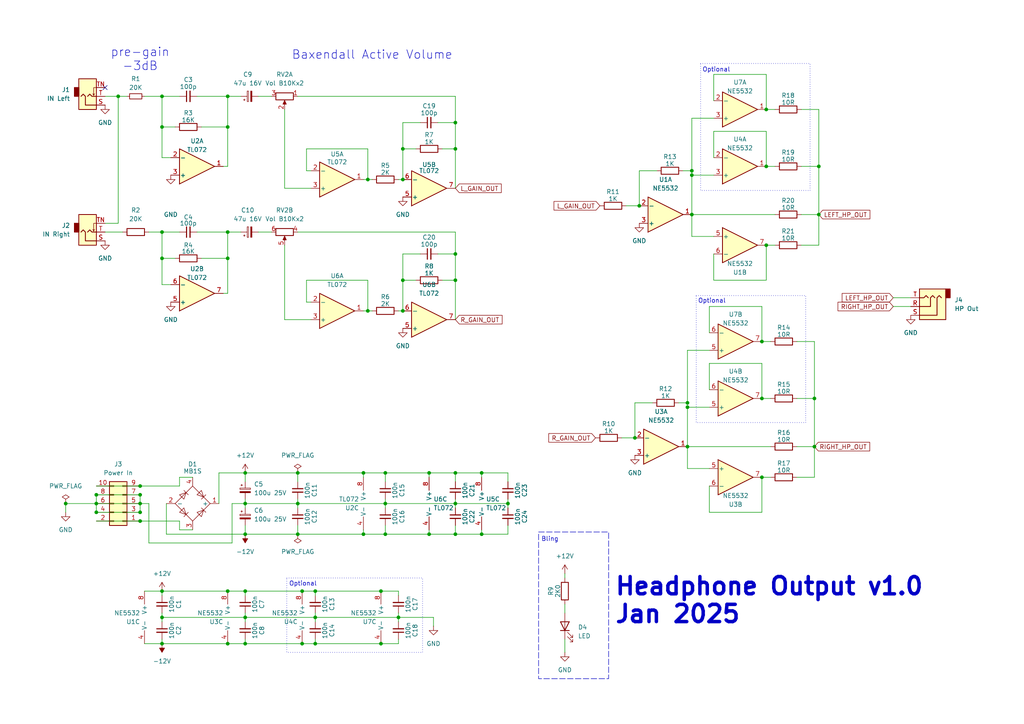
<source format=kicad_sch>
(kicad_sch (version 20231120) (generator "eeschema") (generator_version "8.0")
  (paper "A4")
  (lib_symbols
    (symbol "Amplifier_Operational:NE5532" (pin_names (offset 0.127))
      (property "Reference" "U" (at 0 5.08 0))
      (property "Value" "NE5532" (at 0 -5.08 0))
      (symbol "NE5532_1_1"
        (pin output line (at 7.62 0 180) (length 2.54) (name "~") (number "1"))
        (pin input line (at -7.62 -2.54 0) (length 2.54) (name "-") (number "2"))
        (pin input line (at -7.62 2.54 0) (length 2.54) (name "+") (number "3"))
      )
      (symbol "NE5532_2_1"
        (pin input line (at -7.62 2.54 0) (length 2.54) (name "+") (number "5"))
        (pin input line (at -7.62 -2.54 0) (length 2.54) (name "-") (number "6"))
        (pin output line (at 7.62 0 180) (length 2.54) (name "~") (number "7"))
      )
      (symbol "NE5532_3_1"
        (pin power_in line (at -2.54 -7.62 90) (length 3.81) (name "V-") (number "4"))
        (pin power_in line (at -2.54 7.62 270) (length 3.81) (name "V+") (number "8"))
      )
    )
    (symbol "Amplifier_Operational:TL072" (pin_names (offset 0.127))
      (property "Reference" "U" (at 0 5.08 0))
      (property "Value" "TL072" (at 0 -5.08 0))
      (symbol "TL072_1_1"
        (pin output line (at 7.62 0 180) (length 2.54) (name "~") (number "1"))
        (pin input line (at -7.62 -2.54 0) (length 2.54) (name "-") (number "2"))
        (pin input line (at -7.62 2.54 0) (length 2.54) (name "+") (number "3"))
      )
      (symbol "TL072_2_1"
        (pin input line (at -7.62 2.54 0) (length 2.54) (name "+") (number "5"))
        (pin input line (at -7.62 -2.54 0) (length 2.54) (name "-") (number "6"))
        (pin output line (at 7.62 0 180) (length 2.54) (name "~") (number "7"))
      )
      (symbol "TL072_3_1"
        (pin power_in line (at -2.54 -7.62 90) (length 3.81) (name "V-") (number "4"))
        (pin power_in line (at -2.54 7.62 270) (length 3.81) (name "V+") (number "8"))
      )
    )
    (symbol "Connector_Audio:AudioJack2_SwitchT"
      (property "Reference" "J" (at 0 8.89 0))
      (property "Value" "AudioJack2_SwitchT" (at 0 6.35 0))
      (symbol "AudioJack2_SwitchT_1_1"
        (pin passive line (at 5.08 2.54 180) (length 2.54) (name "~") (number "S"))
        (pin passive line (at 5.08 0 180) (length 2.54) (name "~") (number "T"))
        (pin passive line (at 5.08 -2.54 180) (length 2.54) (name "~") (number "TN"))
      )
    )
    (symbol "Connector_Audio:AudioJack3"
      (property "Reference" "J" (at 0 8.89 0))
      (property "Value" "AudioJack3" (at 0 6.35 0))
      (symbol "AudioJack3_1_1"
        (pin passive line (at 5.08 0 180) (length 2.54) (name "~") (number "R"))
        (pin passive line (at 5.08 2.54 180) (length 2.54) (name "~") (number "S"))
        (pin passive line (at 5.08 -2.54 180) (length 2.54) (name "~") (number "T"))
      )
    )
    (symbol "Connector_Generic:Conn_02x05_Odd_Even" (pin_names (offset 1.016) hide)
      (property "Reference" "J" (at 1.27 7.62 0))
      (property "Value" "Conn_02x05_Odd_Even" (at 1.27 -7.62 0))
      (symbol "Conn_02x05_Odd_Even_1_1"
        (pin passive line (at -5.08 5.08 0) (length 3.81) (name "Pin_1") (number "1"))
        (pin passive line (at 7.62 -5.08 180) (length 3.81) (name "Pin_10") (number "10"))
        (pin passive line (at 7.62 5.08 180) (length 3.81) (name "Pin_2") (number "2"))
        (pin passive line (at -5.08 2.54 0) (length 3.81) (name "Pin_3") (number "3"))
        (pin passive line (at 7.62 2.54 180) (length 3.81) (name "Pin_4") (number "4"))
        (pin passive line (at -5.08 0 0) (length 3.81) (name "Pin_5") (number "5"))
        (pin passive line (at 7.62 0 180) (length 3.81) (name "Pin_6") (number "6"))
        (pin passive line (at -5.08 -2.54 0) (length 3.81) (name "Pin_7") (number "7"))
        (pin passive line (at 7.62 -2.54 180) (length 3.81) (name "Pin_8") (number "8"))
        (pin passive line (at -5.08 -5.08 0) (length 3.81) (name "Pin_9") (number "9"))
      )
    )
    (symbol "Device:C_Polarized_Small" (pin_numbers hide) (pin_names (offset 0.254) hide)
      (property "Reference" "C" (at 0.254 1.778 0))
      (property "Value" "C_Polarized_Small" (at 0.254 -2.032 0))
      (symbol "C_Polarized_Small_1_1"
        (pin passive line (at 0 2.54 270) (length 1.8542) (name "~") (number "1"))
        (pin passive line (at 0 -2.54 90) (length 1.8542) (name "~") (number "2"))
      )
    )
    (symbol "Device:C_Small" (pin_numbers hide) (pin_names (offset 0.254) hide)
      (property "Reference" "C" (at 0.254 1.778 0))
      (property "Value" "C_Small" (at 0.254 -2.032 0))
      (symbol "C_Small_1_1"
        (pin passive line (at 0 2.54 270) (length 2.032) (name "~") (number "1"))
        (pin passive line (at 0 -2.54 90) (length 2.032) (name "~") (number "2"))
      )
    )
    (symbol "Device:LED" (pin_numbers hide) (pin_names (offset 1.016) hide)
      (property "Reference" "D" (at 0 2.54 0))
      (property "Value" "LED" (at 0 -2.54 0))
      (symbol "LED_1_1"
        (pin passive line (at -3.81 0 0) (length 2.54) (name "K") (number "1"))
        (pin passive line (at 3.81 0 180) (length 2.54) (name "A") (number "2"))
      )
    )
    (symbol "Device:R" (pin_numbers hide) (pin_names (offset 0))
      (property "Reference" "R" (at 2.032 0 90))
      (property "Value" "R" (at 0 0 90))
      (symbol "R_1_1"
        (pin passive line (at 0 3.81 270) (length 1.27) (name "~") (number "1"))
        (pin passive line (at 0 -3.81 90) (length 1.27) (name "~") (number "2"))
      )
    )
    (symbol "Device:R_Potentiometer_Dual_Separate" (pin_names (offset 1.016) hide)
      (property "Reference" "RV" (at -4.445 0 90))
      (property "Value" "R_Potentiometer_Dual_Separate" (at -2.54 0 90))
      (symbol "R_Potentiometer_Dual_Separate_1_1"
        (pin passive line (at 0 3.81 270) (length 1.27) (name "1") (number "1"))
        (pin passive line (at 3.81 0 180) (length 1.27) (name "2") (number "2"))
        (pin passive line (at 0 -3.81 90) (length 1.27) (name "3") (number "3"))
      )
      (symbol "R_Potentiometer_Dual_Separate_2_1"
        (pin passive line (at 0 3.81 270) (length 1.27) (name "4") (number "4"))
        (pin passive line (at 3.81 0 180) (length 1.27) (name "5") (number "5"))
        (pin passive line (at 0 -3.81 90) (length 1.27) (name "6") (number "6"))
      )
    )
    (symbol "Device:R_Small" (pin_numbers hide) (pin_names (offset 0.254) hide)
      (property "Reference" "R" (at 0.762 0.508 0))
      (property "Value" "R_Small" (at 0.762 -1.016 0))
      (symbol "R_Small_1_1"
        (pin passive line (at 0 2.54 270) (length 0.762) (name "~") (number "1"))
        (pin passive line (at 0 -2.54 90) (length 0.762) (name "~") (number "2"))
      )
    )
    (symbol "Diode_Bridge:MDB8S"
      (property "Reference" "D" (at 3.81 6.35 0))
      (property "Value" "MDB8S" (at 6.35 3.81 0))
      (symbol "MDB8S_1_1"
        (pin passive line (at 7.62 0 180) (length 2.54) (name "+") (number "1"))
        (pin passive line (at -7.62 0 0) (length 2.54) (name "-") (number "2"))
        (pin passive line (at 0 -7.62 90) (length 2.54) (name "~") (number "3"))
        (pin passive line (at 0 7.62 270) (length 2.54) (name "~") (number "4"))
      )
    )
    (symbol "power:+12V" (power) (pin_numbers hide) (pin_names (offset 0) hide)
      (property "Value" "+12V" (at 0 3.556 0))
      (symbol "+12V_1_1"
        (pin power_in line (at 0 0 90) (length 0) (name "~") (number "1"))
      )
    )
    (symbol "power:-12V" (power) (pin_numbers hide) (pin_names (offset 0) hide)
      (property "Value" "-12V" (at 0 3.556 0))
      (symbol "-12V_0_0"
        (pin power_in line (at 0 0 90) (length 0) (name "~") (number "1"))
      )
    )
    (symbol "power:GND" (power) (pin_numbers hide) (pin_names (offset 0) hide)
      (property "Value" "GND" (at 0 -3.81 0))
      (symbol "GND_1_1"
        (pin power_in line (at 0 0 270) (length 0) (name "~") (number "1"))
      )
    )
    (symbol "power:PWR_FLAG" (power) (pin_numbers hide) (pin_names (offset 0) hide)
      (property "Value" "PWR_FLAG" (at 0 3.81 0))
      (symbol "PWR_FLAG_0_0"
        (pin power_out line (at 0 0 90) (length 0) (name "~") (number "1"))
      )
    )
  )
  (junction (at 199.39 129.54))
  (junction (at 40.64 148.59))
  (junction (at 110.49 171.45))
  (junction (at 115.57 179.07))
  (junction (at 124.46 137.16))
  (junction (at 132.08 81.28))
  (junction (at 91.44 179.07))
  (junction (at 66.04 186.69))
  (junction (at 46.99 74.93))
  (junction (at 139.7 154.94))
  (junction (at 66.04 171.45))
  (junction (at 220.98 138.43))
  (junction (at 19.05 146.05))
  (junction (at 110.49 186.69))
  (junction (at 147.32 146.05))
  (junction (at 40.64 140.97))
  (junction (at 132.08 35.56))
  (junction (at 66.04 36.83))
  (junction (at 27.94 148.59))
  (junction (at 66.04 67.31))
  (junction (at 116.84 81.28))
  (junction (at 34.29 27.94))
  (junction (at 236.22 115.57))
  (junction (at 105.41 154.94))
  (junction (at 46.99 36.83))
  (junction (at 184.15 127))
  (junction (at 105.41 137.16))
  (junction (at 71.12 154.94))
  (junction (at 46.99 171.45))
  (junction (at 71.12 186.69))
  (junction (at 87.63 186.69))
  (junction (at 132.08 73.66))
  (junction (at 40.64 143.51))
  (junction (at 40.64 151.13))
  (junction (at 222.25 71.12))
  (junction (at 91.44 171.45))
  (junction (at 40.64 146.05))
  (junction (at 71.12 146.05))
  (junction (at 46.99 186.69))
  (junction (at 200.66 62.23))
  (junction (at 106.68 52.07))
  (junction (at 185.42 59.69))
  (junction (at 116.84 52.07))
  (junction (at 220.98 99.06))
  (junction (at 237.49 48.26))
  (junction (at 71.12 137.16))
  (junction (at 132.08 137.16))
  (junction (at 46.99 67.31))
  (junction (at 46.99 27.94))
  (junction (at 86.36 137.16))
  (junction (at 124.46 154.94))
  (junction (at 199.39 116.84))
  (junction (at 106.68 90.17))
  (junction (at 71.12 179.07))
  (junction (at 86.36 154.94))
  (junction (at 220.98 115.57))
  (junction (at 200.66 50.8))
  (junction (at 111.76 137.16))
  (junction (at 27.94 143.51))
  (junction (at 66.04 74.93))
  (junction (at 237.49 62.23))
  (junction (at 116.84 90.17))
  (junction (at 91.44 186.69))
  (junction (at 111.76 154.94))
  (junction (at 111.76 146.05))
  (junction (at 116.84 43.18))
  (junction (at 222.25 31.75))
  (junction (at 222.25 48.26))
  (junction (at 132.08 154.94))
  (junction (at 200.66 49.53))
  (junction (at 66.04 27.94))
  (junction (at 86.36 146.05))
  (junction (at 87.63 171.45))
  (junction (at 46.99 179.07))
  (junction (at 132.08 43.18))
  (junction (at 132.08 146.05))
  (junction (at 27.94 146.05))
  (junction (at 199.39 118.11))
  (junction (at 236.22 129.54))
  (junction (at 71.12 171.45))
  (junction (at 139.7 137.16))
  (no_connect (at 30.48 25.4))
  (wire (pts (xy 87.63 186.69) (xy 91.44 186.69)))
  (wire (pts (xy 111.76 137.16) (xy 105.41 137.16)))
  (wire (pts (xy 30.48 27.94) (xy 34.29 27.94)))
  (wire (pts (xy 200.66 50.8) (xy 207.01 50.8)))
  (wire (pts (xy 57.15 27.94) (xy 66.04 27.94)))
  (wire (pts (xy 90.17 92.71) (xy 82.55 92.71)))
  (wire (pts (xy 124.46 154.94) (xy 132.08 154.94)))
  (wire (pts (xy 58.42 36.83) (xy 66.04 36.83)))
  (wire (pts (xy 207.01 21.59) (xy 207.01 29.21)))
  (wire (pts (xy 115.57 185.42) (xy 115.57 186.69)))
  (wire (pts (xy 232.41 62.23) (xy 237.49 62.23)))
  (wire (pts (xy 132.08 73.66) (xy 132.08 81.28)))
  (wire (pts (xy 139.7 138.43) (xy 139.7 137.16)))
  (wire (pts (xy 46.99 179.07) (xy 71.12 179.07)))
  (wire (pts (xy 147.32 144.78) (xy 147.32 146.05)))
  (wire (pts (xy 27.94 143.51) (xy 27.94 146.05)))
  (wire (pts (xy 34.29 27.94) (xy 34.29 64.77)))
  (wire (pts (xy 107.95 90.17) (xy 106.68 90.17)))
  (wire (pts (xy 139.7 137.16) (xy 132.08 137.16)))
  (wire (pts (xy 199.39 101.6) (xy 199.39 116.84)))
  (wire (pts (xy 200.66 50.8) (xy 200.66 62.23)))
  (wire (pts (xy 199.39 129.54) (xy 223.52 129.54)))
  (wire (pts (xy 63.5 146.05) (xy 63.5 137.16)))
  (wire (pts (xy 132.08 139.7) (xy 132.08 137.16)))
  (wire (pts (xy 86.36 139.7) (xy 86.36 137.16)))
  (wire (pts (xy 71.12 146.05) (xy 71.12 147.32)))
  (wire (pts (xy 199.39 116.84) (xy 199.39 118.11)))
  (wire (pts (xy 105.41 154.94) (xy 86.36 154.94)))
  (wire (pts (xy 52.07 153.67) (xy 55.88 153.67)))
  (wire (pts (xy 207.01 38.1) (xy 222.25 38.1)))
  (wire (pts (xy 48.26 146.05) (xy 48.26 154.94)))
  (wire (pts (xy 222.25 81.28) (xy 222.25 71.12)))
  (wire (pts (xy 205.74 88.9) (xy 205.74 96.52)))
  (wire (pts (xy 132.08 27.94) (xy 132.08 35.56)))
  (wire (pts (xy 30.48 67.31) (xy 35.56 67.31)))
  (wire (pts (xy 105.41 153.67) (xy 105.41 154.94)))
  (wire (pts (xy 111.76 147.32) (xy 111.76 146.05)))
  (wire (pts (xy 259.08 88.9) (xy 264.16 88.9)))
  (wire (pts (xy 111.76 146.05) (xy 111.76 144.78)))
  (wire (pts (xy 19.05 148.59) (xy 19.05 146.05)))
  (wire (pts (xy 115.57 177.8) (xy 115.57 179.07)))
  (wire (pts (xy 163.83 167.64) (xy 163.83 166.37)))
  (wire (pts (xy 115.57 179.07) (xy 115.57 180.34)))
  (wire (pts (xy 236.22 129.54) (xy 236.22 138.43)))
  (wire (pts (xy 52.07 138.43) (xy 55.88 138.43)))
  (wire (pts (xy 132.08 146.05) (xy 147.32 146.05)))
  (wire (pts (xy 237.49 31.75) (xy 237.49 48.26)))
  (wire (pts (xy 91.44 179.07) (xy 91.44 180.34)))
  (wire (pts (xy 231.14 138.43) (xy 236.22 138.43)))
  (wire (pts (xy 184.15 116.84) (xy 184.15 127)))
  (wire (pts (xy 116.84 43.18) (xy 116.84 52.07)))
  (wire (pts (xy 52.07 140.97) (xy 52.07 138.43)))
  (wire (pts (xy 185.42 49.53) (xy 185.42 59.69)))
  (wire (pts (xy 46.99 36.83) (xy 46.99 45.72)))
  (wire (pts (xy 127 35.56) (xy 132.08 35.56)))
  (wire (pts (xy 106.68 90.17) (xy 105.41 90.17)))
  (wire (pts (xy 46.99 177.8) (xy 46.99 179.07)))
  (wire (pts (xy 111.76 137.16) (xy 124.46 137.16)))
  (wire (pts (xy 220.98 115.57) (xy 223.52 115.57)))
  (wire (pts (xy 46.99 45.72) (xy 49.53 45.72)))
  (wire (pts (xy 189.23 116.84) (xy 184.15 116.84)))
  (wire (pts (xy 207.01 68.58) (xy 200.66 68.58)))
  (wire (pts (xy 147.32 152.4) (xy 147.32 154.94)))
  (wire (pts (xy 27.94 146.05) (xy 27.94 148.59)))
  (wire (pts (xy 46.99 36.83) (xy 50.8 36.83)))
  (wire (pts (xy 71.12 171.45) (xy 71.12 172.72)))
  (wire (pts (xy 132.08 67.31) (xy 132.08 73.66)))
  (wire (pts (xy 46.99 74.93) (xy 50.8 74.93)))
  (wire (pts (xy 46.99 67.31) (xy 46.99 74.93)))
  (wire (pts (xy 40.64 151.13) (xy 52.07 151.13)))
  (wire (pts (xy 46.99 179.07) (xy 46.99 180.34)))
  (wire (pts (xy 66.04 67.31) (xy 66.04 74.93)))
  (wire (pts (xy 205.74 101.6) (xy 199.39 101.6)))
  (wire (pts (xy 86.36 152.4) (xy 86.36 154.94)))
  (wire (pts (xy 46.99 171.45) (xy 66.04 171.45)))
  (wire (pts (xy 27.94 140.97) (xy 40.64 140.97)))
  (wire (pts (xy 66.04 186.69) (xy 71.12 186.69)))
  (wire (pts (xy 46.99 74.93) (xy 46.99 82.55)))
  (wire (pts (xy 66.04 36.83) (xy 66.04 48.26)))
  (wire (pts (xy 120.65 43.18) (xy 116.84 43.18)))
  (wire (pts (xy 106.68 43.18) (xy 106.68 52.07)))
  (wire (pts (xy 116.84 73.66) (xy 116.84 81.28)))
  (wire (pts (xy 222.25 38.1) (xy 222.25 48.26)))
  (wire (pts (xy 66.04 85.09) (xy 64.77 85.09)))
  (wire (pts (xy 41.91 186.69) (xy 46.99 186.69)))
  (wire (pts (xy 41.91 171.45) (xy 46.99 171.45)))
  (wire (pts (xy 111.76 146.05) (xy 132.08 146.05)))
  (wire (pts (xy 86.36 146.05) (xy 111.76 146.05)))
  (wire (pts (xy 52.07 67.31) (xy 46.99 67.31)))
  (wire (pts (xy 237.49 62.23) (xy 237.49 71.12)))
  (wire (pts (xy 200.66 62.23) (xy 224.79 62.23)))
  (wire (pts (xy 139.7 154.94) (xy 147.32 154.94)))
  (wire (pts (xy 205.74 140.97) (xy 205.74 148.59)))
  (wire (pts (xy 199.39 129.54) (xy 199.39 135.89)))
  (wire (pts (xy 34.29 27.94) (xy 36.83 27.94)))
  (wire (pts (xy 67.31 146.05) (xy 71.12 146.05)))
  (wire (pts (xy 181.61 59.69) (xy 185.42 59.69)))
  (wire (pts (xy 205.74 135.89) (xy 199.39 135.89)))
  (wire (pts (xy 200.66 62.23) (xy 200.66 68.58)))
  (wire (pts (xy 199.39 118.11) (xy 205.74 118.11)))
  (wire (pts (xy 46.99 82.55) (xy 49.53 82.55)))
  (wire (pts (xy 66.04 171.45) (xy 71.12 171.45)))
  (wire (pts (xy 71.12 185.42) (xy 71.12 186.69)))
  (wire (pts (xy 190.5 49.53) (xy 185.42 49.53)))
  (wire (pts (xy 86.36 137.16) (xy 105.41 137.16)))
  (wire (pts (xy 71.12 144.78) (xy 71.12 146.05)))
  (wire (pts (xy 66.04 27.94) (xy 69.85 27.94)))
  (wire (pts (xy 91.44 179.07) (xy 115.57 179.07)))
  (wire (pts (xy 91.44 171.45) (xy 91.44 172.72)))
  (wire (pts (xy 199.39 118.11) (xy 199.39 129.54)))
  (wire (pts (xy 67.31 157.48) (xy 67.31 146.05)))
  (wire (pts (xy 207.01 34.29) (xy 200.66 34.29)))
  (wire (pts (xy 40.64 146.05) (xy 43.18 146.05)))
  (wire (pts (xy 63.5 137.16) (xy 71.12 137.16)))
  (wire (pts (xy 200.66 49.53) (xy 200.66 50.8)))
  (wire (pts (xy 132.08 152.4) (xy 132.08 154.94)))
  (wire (pts (xy 222.25 31.75) (xy 222.25 21.59)))
  (wire (pts (xy 124.46 137.16) (xy 132.08 137.16)))
  (wire (pts (xy 88.9 87.63) (xy 88.9 81.28)))
  (wire (pts (xy 74.93 67.31) (xy 78.74 67.31)))
  (wire (pts (xy 163.83 185.42) (xy 163.83 189.23)))
  (wire (pts (xy 231.14 99.06) (xy 236.22 99.06)))
  (wire (pts (xy 105.41 138.43) (xy 105.41 137.16)))
  (wire (pts (xy 86.36 27.94) (xy 132.08 27.94)))
  (wire (pts (xy 19.05 146.05) (xy 27.94 146.05)))
  (wire (pts (xy 43.18 146.05) (xy 43.18 157.48)))
  (wire (pts (xy 78.74 27.94) (xy 74.93 27.94)))
  (wire (pts (xy 237.49 48.26) (xy 237.49 62.23)))
  (wire (pts (xy 41.91 27.94) (xy 46.99 27.94)))
  (wire (pts (xy 111.76 137.16) (xy 111.76 139.7)))
  (wire (pts (xy 124.46 153.67) (xy 124.46 154.94)))
  (wire (pts (xy 115.57 90.17) (xy 116.84 90.17)))
  (wire (pts (xy 82.55 31.75) (xy 82.55 54.61)))
  (wire (pts (xy 110.49 186.69) (xy 115.57 186.69)))
  (wire (pts (xy 71.12 154.94) (xy 71.12 152.4)))
  (wire (pts (xy 66.04 74.93) (xy 66.04 85.09)))
  (wire (pts (xy 86.36 154.94) (xy 71.12 154.94)))
  (wire (pts (xy 87.63 171.45) (xy 91.44 171.45)))
  (wire (pts (xy 64.77 48.26) (xy 66.04 48.26)))
  (wire (pts (xy 236.22 99.06) (xy 236.22 115.57)))
  (wire (pts (xy 111.76 152.4) (xy 111.76 154.94)))
  (wire (pts (xy 71.12 171.45) (xy 87.63 171.45)))
  (wire (pts (xy 91.44 185.42) (xy 91.44 186.69)))
  (wire (pts (xy 205.74 113.03) (xy 205.74 105.41)))
  (wire (pts (xy 127 73.66) (xy 132.08 73.66)))
  (wire (pts (xy 116.84 35.56) (xy 116.84 43.18)))
  (wire (pts (xy 66.04 67.31) (xy 69.85 67.31)))
  (wire (pts (xy 71.12 177.8) (xy 71.12 179.07)))
  (wire (pts (xy 88.9 49.53) (xy 88.9 43.18)))
  (wire (pts (xy 220.98 99.06) (xy 220.98 88.9)))
  (wire (pts (xy 110.49 171.45) (xy 115.57 171.45)))
  (wire (pts (xy 27.94 148.59) (xy 40.64 148.59)))
  (wire (pts (xy 128.27 81.28) (xy 132.08 81.28)))
  (wire (pts (xy 105.41 52.07) (xy 106.68 52.07)))
  (wire (pts (xy 200.66 34.29) (xy 200.66 49.53)))
  (wire (pts (xy 40.64 143.51) (xy 40.64 146.05)))
  (wire (pts (xy 128.27 43.18) (xy 132.08 43.18)))
  (wire (pts (xy 82.55 54.61) (xy 90.17 54.61)))
  (wire (pts (xy 111.76 154.94) (xy 105.41 154.94)))
  (wire (pts (xy 71.12 179.07) (xy 91.44 179.07)))
  (wire (pts (xy 220.98 88.9) (xy 205.74 88.9)))
  (wire (pts (xy 27.94 151.13) (xy 40.64 151.13)))
  (wire (pts (xy 207.01 73.66) (xy 207.01 81.28)))
  (wire (pts (xy 82.55 71.12) (xy 82.55 92.71)))
  (wire (pts (xy 222.25 48.26) (xy 224.79 48.26)))
  (wire (pts (xy 115.57 171.45) (xy 115.57 172.72)))
  (wire (pts (xy 220.98 99.06) (xy 223.52 99.06)))
  (wire (pts (xy 34.29 64.77) (xy 30.48 64.77)))
  (wire (pts (xy 198.12 49.53) (xy 200.66 49.53)))
  (wire (pts (xy 232.41 48.26) (xy 237.49 48.26)))
  (wire (pts (xy 147.32 146.05) (xy 147.32 147.32)))
  (wire (pts (xy 132.08 81.28) (xy 132.08 92.71)))
  (wire (pts (xy 132.08 43.18) (xy 132.08 54.61)))
  (wire (pts (xy 147.32 139.7) (xy 147.32 137.16)))
  (wire (pts (xy 27.94 143.51) (xy 40.64 143.51)))
  (wire (pts (xy 115.57 52.07) (xy 116.84 52.07)))
  (wire (pts (xy 121.92 35.56) (xy 116.84 35.56)))
  (wire (pts (xy 90.17 49.53) (xy 88.9 49.53)))
  (wire (pts (xy 132.08 146.05) (xy 132.08 147.32)))
  (wire (pts (xy 88.9 81.28) (xy 106.68 81.28)))
  (wire (pts (xy 91.44 186.69) (xy 110.49 186.69)))
  (wire (pts (xy 132.08 35.56) (xy 132.08 43.18)))
  (wire (pts (xy 180.34 127) (xy 184.15 127)))
  (wire (pts (xy 163.83 175.26) (xy 163.83 177.8)))
  (wire (pts (xy 86.36 146.05) (xy 86.36 144.78)))
  (wire (pts (xy 124.46 137.16) (xy 124.46 138.43)))
  (wire (pts (xy 86.36 147.32) (xy 86.36 146.05)))
  (wire (pts (xy 232.41 31.75) (xy 237.49 31.75)))
  (wire (pts (xy 40.64 146.05) (xy 40.64 148.59)))
  (wire (pts (xy 71.12 137.16) (xy 71.12 139.7)))
  (wire (pts (xy 43.18 67.31) (xy 46.99 67.31)))
  (wire (pts (xy 125.73 181.61) (xy 125.73 179.07)))
  (wire (pts (xy 46.99 171.45) (xy 46.99 172.72)))
  (wire (pts (xy 86.36 67.31) (xy 132.08 67.31)))
  (wire (pts (xy 222.25 31.75) (xy 224.79 31.75)))
  (wire (pts (xy 46.99 27.94) (xy 46.99 36.83)))
  (wire (pts (xy 71.12 186.69) (xy 87.63 186.69)))
  (wire (pts (xy 46.99 185.42) (xy 46.99 186.69)))
  (wire (pts (xy 91.44 171.45) (xy 110.49 171.45)))
  (wire (pts (xy 139.7 137.16) (xy 147.32 137.16)))
  (wire (pts (xy 66.04 27.94) (xy 66.04 36.83)))
  (wire (pts (xy 107.95 52.07) (xy 106.68 52.07)))
  (wire (pts (xy 88.9 43.18) (xy 106.68 43.18)))
  (wire (pts (xy 231.14 129.54) (xy 236.22 129.54)))
  (wire (pts (xy 139.7 153.67) (xy 139.7 154.94)))
  (wire (pts (xy 52.07 27.94) (xy 46.99 27.94)))
  (wire (pts (xy 259.08 86.36) (xy 264.16 86.36)))
  (wire (pts (xy 231.14 115.57) (xy 236.22 115.57)))
  (wire (pts (xy 132.08 144.78) (xy 132.08 146.05)))
  (wire (pts (xy 232.41 71.12) (xy 237.49 71.12)))
  (wire (pts (xy 71.12 137.16) (xy 86.36 137.16)))
  (wire (pts (xy 46.99 186.69) (xy 66.04 186.69)))
  (wire (pts (xy 222.25 21.59) (xy 207.01 21.59)))
  (wire (pts (xy 196.85 116.84) (xy 199.39 116.84)))
  (wire (pts (xy 52.07 151.13) (xy 52.07 153.67)))
  (wire (pts (xy 115.57 179.07) (xy 125.73 179.07)))
  (wire (pts (xy 207.01 81.28) (xy 222.25 81.28)))
  (wire (pts (xy 27.94 146.05) (xy 40.64 146.05)))
  (wire (pts (xy 43.18 157.48) (xy 67.31 157.48)))
  (wire (pts (xy 91.44 177.8) (xy 91.44 179.07)))
  (wire (pts (xy 71.12 179.07) (xy 71.12 180.34)))
  (wire (pts (xy 222.25 71.12) (xy 224.79 71.12)))
  (wire (pts (xy 40.64 140.97) (xy 52.07 140.97)))
  (wire (pts (xy 71.12 146.05) (xy 86.36 146.05)))
  (wire (pts (xy 207.01 45.72) (xy 207.01 38.1)))
  (wire (pts (xy 220.98 138.43) (xy 223.52 138.43)))
  (wire (pts (xy 220.98 148.59) (xy 220.98 138.43)))
  (wire (pts (xy 57.15 67.31) (xy 66.04 67.31)))
  (wire (pts (xy 205.74 148.59) (xy 220.98 148.59)))
  (wire (pts (xy 48.26 154.94) (xy 71.12 154.94)))
  (wire (pts (xy 236.22 115.57) (xy 236.22 129.54)))
  (wire (pts (xy 116.84 81.28) (xy 116.84 90.17)))
  (wire (pts (xy 139.7 154.94) (xy 132.08 154.94)))
  (wire (pts (xy 106.68 81.28) (xy 106.68 90.17)))
  (wire (pts (xy 205.74 105.41) (xy 220.98 105.41)))
  (wire (pts (xy 111.76 154.94) (xy 124.46 154.94)))
  (wire (pts (xy 90.17 87.63) (xy 88.9 87.63)))
  (wire (pts (xy 116.84 81.28) (xy 120.65 81.28)))
  (wire (pts (xy 121.92 73.66) (xy 116.84 73.66)))
  (wire (pts (xy 220.98 105.41) (xy 220.98 115.57)))
  (wire (pts (xy 58.42 74.93) (xy 66.04 74.93)))
  (rectangle (start 201.93 85.725) (end 233.68 122.555) (stroke (width 0) (type dot)))
  (rectangle (start 203.2 18.415) (end 234.95 55.245) (stroke (width 0) (type dot)))
  (rectangle (start 156.21 154.305) (end 176.53 196.85) (stroke (width 0) (type dash)))
  (rectangle (start 83.185 167.64) (end 122.555 189.23) (stroke (width 0) (type dot)))
  (text "pre-gain\n-3dB" (at 40.64 17.272 0) (effects (font (size 2.5 2.5))))
  (text "Bling\n" (at 159.512 156.464 0) (effects (font (size 1.27 1.27))))
  (text "Baxendall Active Volume\n\n" (at 107.95 18.034 0) (effects (font (size 2.5 2.5))))
  (text "Optional" (at 206.502 87.376 0) (effects (font (size 1.27 1.27))))
  (text "Optional" (at 87.884 169.418 0) (effects (font (size 1.27 1.27))))
  (text "Optional" (at 207.772 20.32 0) (effects (font (size 1.27 1.27))))
  (text "Headphone Output v1.0\nJan 2025" (at 178.054 174.244 0) (effects (font (size 5 5) (thickness 1) (bold yes)) (justify left)))
  (global_label "RIGHT_HP_OUT" (shape input) (at 259.08 88.9 180) (property "Intersheetrefs" "${INTERSHEET_REFS}" (effects (hide yes))))
  (global_label "R_GAIN_OUT" (shape input) (at 172.72 127 180) (property "Intersheetrefs" "${INTERSHEET_REFS}" (effects (hide yes))))
  (global_label "R_GAIN_OUT" (shape input) (at 132.08 92.71 0) (property "Intersheetrefs" "${INTERSHEET_REFS}" (effects (hide yes))))
  (global_label "LEFT_HP_OUT" (shape input) (at 259.08 86.36 180) (property "Intersheetrefs" "${INTERSHEET_REFS}" (effects (hide yes))))
  (global_label "LEFT_HP_OUT" (shape input) (at 237.49 62.23 0) (property "Intersheetrefs" "${INTERSHEET_REFS}" (effects (hide yes))))
  (global_label "RIGHT_HP_OUT" (shape input) (at 236.22 129.54 0) (property "Intersheetrefs" "${INTERSHEET_REFS}" (effects (hide yes))))
  (global_label "L_GAIN_OUT" (shape input) (at 173.99 59.69 180) (property "Intersheetrefs" "${INTERSHEET_REFS}" (effects (hide yes))))
  (global_label "L_GAIN_OUT" (shape input) (at 132.08 54.61 0) (property "Intersheetrefs" "${INTERSHEET_REFS}" (effects (hide yes))))
  (symbol (lib_id "Device:C_Small") (at 115.57 182.88 0) (mirror x) (unit 1)
    (property "Reference" "C18" (at 120.396 182.88 90))
    (property "Value" "100n" (at 118.364 182.88 90))
    (property "Footprint" "Capacitor_SMD:C_1206_3216Metric" (effects (hide yes)))
    (property "Description" "Unpolarized capacitor, small symbol" (effects (hide yes)))
  )
  (symbol (lib_id "Device:C_Small") (at 86.36 142.24 0) (unit 1)
    (property "Reference" "C11" (at 91.186 142.24 90))
    (property "Value" "100n" (at 89.154 142.24 90))
    (property "Footprint" "Capacitor_SMD:C_1206_3216Metric" (effects (hide yes)))
    (property "Description" "Unpolarized capacitor, small symbol" (effects (hide yes)))
  )
  (symbol (lib_id "Amplifier_Operational:TL072") (at 107.95 146.05 0) (unit 3)
    (property "Reference" "U2" (at 104.14 147.3201 0) (effects (justify right)))
    (property "Value" "TL072" (at 104.14 144.7801 0) (effects (justify right)))
    (property "Footprint" "Package_SO:SOP-8_3.76x4.96mm_P1.27mm" (effects (hide yes)))
    (property "Datasheet" "http://www.ti.com/lit/ds/symlink/tl071.pdf" (effects (hide yes)))
    (property "Description" "Dual Low-Noise JFET-Input Operational Amplifiers, DIP-8/SOIC-8" (effects (hide yes)))
  )
  (symbol (lib_id "Device:C_Small") (at 124.46 73.66 90) (unit 1)
    (property "Reference" "C20" (at 124.46 68.834 90))
    (property "Value" "100p" (at 124.46 70.866 90))
    (property "Footprint" "Capacitor_SMD:C_1206_3216Metric" (effects (hide yes)))
    (property "Description" "Unpolarized capacitor, small symbol" (effects (hide yes)))
  )
  (symbol (lib_id "power:+12V") (at 71.12 137.16 0) (unit 1)
    (property "Reference" "#PWR08" (effects (hide yes)))
    (property "Value" "+12V" (at 71.12 132.08 0))
    (property "Description" "Power symbol creates a global label with name \"+12V\"" (effects (hide yes)))
  )
  (symbol (lib_id "Amplifier_Operational:TL072") (at 121.92 146.05 0) (mirror y) (unit 3)
    (property "Reference" "U6" (at 125.73 144.7799 0) (effects (justify right)))
    (property "Value" "TL072" (at 125.73 147.3199 0) (effects (justify right)))
    (property "Footprint" "Package_SO:SOP-8_3.76x4.96mm_P1.27mm" (effects (hide yes)))
    (property "Datasheet" "http://www.ti.com/lit/ds/symlink/tl071.pdf" (effects (hide yes)))
    (property "Description" "Dual Low-Noise JFET-Input Operational Amplifiers, DIP-8/SOIC-8" (effects (hide yes)))
  )
  (symbol (lib_id "Device:C_Polarized_Small") (at 71.12 142.24 0) (unit 1)
    (property "Reference" "C5" (at 73.66 140.4238 0) (effects (justify left)))
    (property "Value" "100u 25V" (at 73.66 142.9638 0) (effects (justify left)))
    (property "Footprint" "Capacitor_SMD:CP_Elec_6.3x7.7" (effects (hide yes)))
    (property "Description" "Polarized capacitor, small symbol" (effects (hide yes)))
  )
  (symbol (lib_id "Device:C_Small") (at 132.08 142.24 0) (unit 1)
    (property "Reference" "C21" (at 136.906 142.24 90))
    (property "Value" "100n" (at 134.874 142.24 90))
    (property "Footprint" "Capacitor_SMD:C_1206_3216Metric" (effects (hide yes)))
    (property "Description" "Unpolarized capacitor, small symbol" (effects (hide yes)))
  )
  (symbol (lib_id "Device:R_Potentiometer_Dual_Separate") (at 82.55 27.94 270) (unit 1)
    (property "Reference" "RV2" (at 82.55 21.59 90))
    (property "Value" "Vol B10Kx2" (at 82.55 24.13 90))
    (property "Footprint" "Potentiometer_THT:Potentiometer_Bourns_PTV112-4_Dual_Vertical" (effects (hide yes)))
    (property "Description" "Dual potentiometer, separate units" (effects (hide yes)))
  )
  (symbol (lib_id "Amplifier_Operational:NE5532") (at 191.77 129.54 0) (mirror x) (unit 1)
    (property "Reference" "U3" (at 191.77 119.38 0))
    (property "Value" "NE5532" (at 191.77 121.92 0))
    (property "Footprint" "Package_SO:SOP-8_3.76x4.96mm_P1.27mm" (effects (hide yes)))
    (property "Datasheet" "http://www.ti.com/lit/ds/symlink/ne5532.pdf" (effects (hide yes)))
    (property "Description" "Dual Low-Noise Operational Amplifiers, DIP-8/SOIC-8" (effects (hide yes)))
  )
  (symbol (lib_id "power:PWR_FLAG") (at 86.36 154.94 180) (unit 1)
    (property "Reference" "#FLG03" (effects (hide yes)))
    (property "Value" "PWR_FLAG" (at 86.36 160.02 0))
    (property "Description" "Special symbol for telling ERC where power comes from" (effects (hide yes)))
  )
  (symbol (lib_id "Device:R_Small") (at 39.37 27.94 90) (unit 1)
    (property "Reference" "R1" (at 39.37 22.86 90))
    (property "Value" "20K" (at 39.37 25.4 90))
    (property "Footprint" "Resistor_SMD:R_1206_3216Metric" (effects (hide yes)))
    (property "Description" "Resistor, small symbol" (effects (hide yes)))
  )
  (symbol (lib_id "Device:R") (at 227.33 115.57 90) (unit 1)
    (property "Reference" "R15" (at 227.33 111.506 90))
    (property "Value" "10R" (at 227.33 113.538 90))
    (property "Footprint" "Resistor_SMD:R_1206_3216Metric" (effects (hide yes)))
    (property "Description" "Resistor" (effects (hide yes)))
  )
  (symbol (lib_id "power:-12V") (at 71.12 154.94 180) (unit 1)
    (property "Reference" "#PWR09" (effects (hide yes)))
    (property "Value" "-12V" (at 71.12 160.02 0))
    (property "Description" "Power symbol creates a global label with name \"-12V\"" (effects (hide yes)))
  )
  (symbol (lib_id "Device:R") (at 193.04 116.84 90) (unit 1)
    (property "Reference" "R12" (at 193.04 112.776 90))
    (property "Value" "1K" (at 193.04 114.808 90))
    (property "Footprint" "Resistor_SMD:R_1206_3216Metric" (effects (hide yes)))
    (property "Description" "Resistor" (effects (hide yes)))
  )
  (symbol (lib_id "Device:C_Small") (at 115.57 175.26 0) (mirror x) (unit 1)
    (property "Reference" "C17" (at 120.396 175.26 90))
    (property "Value" "100n" (at 118.364 175.26 90))
    (property "Footprint" "Capacitor_SMD:C_1206_3216Metric" (effects (hide yes)))
    (property "Description" "Unpolarized capacitor, small symbol" (effects (hide yes)))
  )
  (symbol (lib_id "Device:C_Polarized_Small") (at 71.12 149.86 0) (unit 1)
    (property "Reference" "C6" (at 73.66 148.0438 0) (effects (justify left)))
    (property "Value" "100u 25V" (at 73.66 150.5838 0) (effects (justify left)))
    (property "Footprint" "Capacitor_SMD:CP_Elec_6.3x7.7" (effects (hide yes)))
    (property "Description" "Polarized capacitor, small symbol" (effects (hide yes)))
  )
  (symbol (lib_id "Device:R") (at 176.53 127 90) (unit 1)
    (property "Reference" "R10" (at 176.53 122.936 90))
    (property "Value" "1K" (at 176.53 124.968 90))
    (property "Footprint" "Resistor_SMD:R_1206_3216Metric" (effects (hide yes)))
    (property "Description" "Resistor" (effects (hide yes)))
  )
  (symbol (lib_id "power:GND") (at 116.84 95.25 0) (unit 1)
    (property "Reference" "#PWR011" (effects (hide yes)))
    (property "Value" "GND" (at 116.84 100.33 0))
    (property "Description" "Power symbol creates a global label with name \"GND\" , ground" (effects (hide yes)))
  )
  (symbol (lib_id "power:PWR_FLAG") (at 86.36 137.16 0) (unit 1)
    (property "Reference" "#FLG02" (effects (hide yes)))
    (property "Value" "PWR_FLAG" (at 86.36 132.08 0))
    (property "Description" "Special symbol for telling ERC where power comes from" (effects (hide yes)))
  )
  (symbol (lib_id "Device:C_Small") (at 111.76 149.86 0) (unit 1)
    (property "Reference" "C16" (at 116.586 149.86 90))
    (property "Value" "100n" (at 114.554 149.86 90))
    (property "Footprint" "Capacitor_SMD:C_1206_3216Metric" (effects (hide yes)))
    (property "Description" "Unpolarized capacitor, small symbol" (effects (hide yes)))
  )
  (symbol (lib_id "Amplifier_Operational:NE5532") (at 214.63 71.12 0) (unit 2)
    (property "Reference" "U1" (at 214.63 78.994 0))
    (property "Value" "NE5532" (at 214.63 76.454 0))
    (property "Footprint" "Package_SO:SOP-8_3.76x4.96mm_P1.27mm" (effects (hide yes)))
    (property "Datasheet" "http://www.ti.com/lit/ds/symlink/ne5532.pdf" (effects (hide yes)))
    (property "Description" "Dual Low-Noise Operational Amplifiers, DIP-8/SOIC-8" (effects (hide yes)))
  )
  (symbol (lib_id "power:GND") (at 185.42 64.77 0) (unit 1)
    (property "Reference" "#PWR016" (effects (hide yes)))
    (property "Value" "GND" (at 185.42 69.85 0))
    (property "Description" "Power symbol creates a global label with name \"GND\" , ground" (effects (hide yes)))
  )
  (symbol (lib_id "Connector_Generic:Conn_02x05_Odd_Even") (at 35.56 146.05 180) (unit 1)
    (property "Reference" "J3" (at 34.29 134.62 0))
    (property "Value" "Power In" (at 34.29 137.16 0))
    (property "Footprint" "Connector_IDC:IDC-Header_2x05_P2.54mm_Vertical" (effects (hide yes)))
    (property "Description" "Generic connector, double row, 02x05, odd/even pin numbering scheme (row 1 odd numbers, row 2 even numbers), script generated (kicad-library-utils/schlib/autogen/connector/)" (effects (hide yes)))
  )
  (symbol (lib_id "power:GND") (at 19.05 148.59 0) (unit 1)
    (property "Reference" "#PWR01" (effects (hide yes)))
    (property "Value" "GND" (at 19.05 153.67 0))
    (property "Description" "Power symbol creates a global label with name \"GND\" , ground" (effects (hide yes)))
  )
  (symbol (lib_id "Device:R") (at 227.33 129.54 90) (unit 1)
    (property "Reference" "R16" (at 227.33 125.476 90))
    (property "Value" "10R" (at 227.33 127.508 90))
    (property "Footprint" "Resistor_SMD:R_1206_3216Metric" (effects (hide yes)))
    (property "Description" "Resistor" (effects (hide yes)))
  )
  (symbol (lib_id "Amplifier_Operational:NE5532") (at 90.17 179.07 0) (unit 3)
    (property "Reference" "U4" (at 86.36 180.3401 0) (effects (justify right)))
    (property "Value" "NE5532" (at 86.36 177.8001 0) (effects (justify right)))
    (property "Footprint" "Package_SO:SOP-8_3.76x4.96mm_P1.27mm" (effects (hide yes)))
    (property "Datasheet" "http://www.ti.com/lit/ds/symlink/ne5532.pdf" (effects (hide yes)))
    (property "Description" "Dual Low-Noise Operational Amplifiers, DIP-8/SOIC-8" (effects (hide yes)))
  )
  (symbol (lib_id "Amplifier_Operational:NE5532") (at 193.04 62.23 0) (mirror x) (unit 1)
    (property "Reference" "U1" (at 193.04 52.07 0))
    (property "Value" "NE5532" (at 193.04 54.61 0))
    (property "Footprint" "Package_SO:SOP-8_3.76x4.96mm_P1.27mm" (effects (hide yes)))
    (property "Datasheet" "http://www.ti.com/lit/ds/symlink/ne5532.pdf" (effects (hide yes)))
    (property "Description" "Dual Low-Noise Operational Amplifiers, DIP-8/SOIC-8" (effects (hide yes)))
  )
  (symbol (lib_id "Amplifier_Operational:TL072") (at 57.15 85.09 0) (mirror x) (unit 2)
    (property "Reference" "U2" (at 57.15 77.978 0))
    (property "Value" "TL072" (at 57.15 80.518 0))
    (property "Footprint" "Package_SO:SOP-8_3.76x4.96mm_P1.27mm" (effects (hide yes)))
    (property "Datasheet" "http://www.ti.com/lit/ds/symlink/tl071.pdf" (effects (hide yes)))
    (property "Description" "Dual Low-Noise JFET-Input Operational Amplifiers, DIP-8/SOIC-8" (effects (hide yes)))
  )
  (symbol (lib_id "Amplifier_Operational:TL072") (at 124.46 92.71 0) (mirror x) (unit 2)
    (property "Reference" "U6" (at 124.46 82.55 0))
    (property "Value" "TL072" (at 124.46 85.09 0))
    (property "Footprint" "Package_SO:SOP-8_3.76x4.96mm_P1.27mm" (effects (hide yes)))
    (property "Datasheet" "http://www.ti.com/lit/ds/symlink/tl071.pdf" (effects (hide yes)))
    (property "Description" "Dual Low-Noise JFET-Input Operational Amplifiers, DIP-8/SOIC-8" (effects (hide yes)))
  )
  (symbol (lib_id "Device:C_Small") (at 86.36 149.86 0) (unit 1)
    (property "Reference" "C12" (at 91.186 149.86 90))
    (property "Value" "100n" (at 89.154 149.86 90))
    (property "Footprint" "Capacitor_SMD:C_1206_3216Metric" (effects (hide yes)))
    (property "Description" "Unpolarized capacitor, small symbol" (effects (hide yes)))
  )
  (symbol (lib_id "power:GND") (at 30.48 69.85 0) (unit 1)
    (property "Reference" "#PWR03" (effects (hide yes)))
    (property "Value" "GND" (at 30.48 74.93 0))
    (property "Description" "Power symbol creates a global label with name \"GND\" , ground" (effects (hide yes)))
  )
  (symbol (lib_id "Device:C_Small") (at 46.99 182.88 0) (unit 1)
    (property "Reference" "C2" (at 51.816 182.88 90))
    (property "Value" "100n" (at 49.784 182.88 90))
    (property "Footprint" "Capacitor_SMD:C_1206_3216Metric" (effects (hide yes)))
    (property "Description" "Unpolarized capacitor, small symbol" (effects (hide yes)))
  )
  (symbol (lib_id "Device:R") (at 54.61 74.93 90) (unit 1)
    (property "Reference" "R4" (at 54.61 71.12 90))
    (property "Value" "16K" (at 54.61 72.898 90))
    (property "Footprint" "Resistor_SMD:R_1206_3216Metric" (effects (hide yes)))
    (property "Description" "Resistor" (effects (hide yes)))
  )
  (symbol (lib_id "Amplifier_Operational:NE5532") (at 68.58 179.07 0) (unit 3)
    (property "Reference" "U3" (at 64.77 180.3401 0) (effects (justify right)))
    (property "Value" "NE5532" (at 64.77 177.8001 0) (effects (justify right)))
    (property "Footprint" "Package_SO:SOP-8_3.76x4.96mm_P1.27mm" (effects (hide yes)))
    (property "Datasheet" "http://www.ti.com/lit/ds/symlink/ne5532.pdf" (effects (hide yes)))
    (property "Description" "Dual Low-Noise Operational Amplifiers, DIP-8/SOIC-8" (effects (hide yes)))
  )
  (symbol (lib_id "Diode_Bridge:MDB8S") (at 55.88 146.05 0) (unit 1)
    (property "Reference" "D1" (at 55.88 134.62 0))
    (property "Value" "MB1S" (at 55.88 136.652 0))
    (property "Footprint" "Package_SO:SOP-4_3.8x4.1mm_P2.54mm" (effects (hide yes)))
    (property "Datasheet" "https://www.onsemi.com/pub/Collateral/MDB8S-D.PDF" (effects (hide yes)))
    (property "Description" "Single-Phase Bridge Rectifier, 560V Vrms, 1A If, TSSOP-4" (effects (hide yes)))
  )
  (symbol (lib_id "power:GND") (at 184.15 132.08 0) (unit 1)
    (property "Reference" "#PWR015" (effects (hide yes)))
    (property "Value" "GND" (at 184.15 137.16 0))
    (property "Description" "Power symbol creates a global label with name \"GND\" , ground" (effects (hide yes)))
  )
  (symbol (lib_id "Device:C_Polarized_Small") (at 72.39 67.31 90) (unit 1)
    (property "Reference" "C10" (at 71.8439 60.96 90))
    (property "Value" "47u 16V" (at 71.8439 63.5 90))
    (property "Footprint" "Capacitor_SMD:CP_Elec_5x5.4" (effects (hide yes)))
    (property "Description" "Polarized capacitor, small symbol" (effects (hide yes)))
  )
  (symbol (lib_id "Amplifier_Operational:NE5532") (at 214.63 48.26 0) (mirror x) (unit 1)
    (property "Reference" "U4" (at 214.63 40.386 0))
    (property "Value" "NE5532" (at 214.63 42.926 0))
    (property "Footprint" "Package_SO:SOP-8_3.76x4.96mm_P1.27mm" (effects (hide yes)))
    (property "Datasheet" "http://www.ti.com/lit/ds/symlink/ne5532.pdf" (effects (hide yes)))
    (property "Description" "Dual Low-Noise Operational Amplifiers, DIP-8/SOIC-8" (effects (hide yes)))
  )
  (symbol (lib_id "Device:R") (at 228.6 48.26 90) (unit 1)
    (property "Reference" "R19" (at 228.6 44.196 90))
    (property "Value" "10R" (at 228.6 46.228 90))
    (property "Footprint" "Resistor_SMD:R_1206_3216Metric" (effects (hide yes)))
    (property "Description" "Resistor" (effects (hide yes)))
  )
  (symbol (lib_id "Amplifier_Operational:TL072") (at 124.46 54.61 0) (mirror x) (unit 2)
    (property "Reference" "U5" (at 124.46 47.752 0))
    (property "Value" "TL072" (at 124.46 49.53 0))
    (property "Footprint" "Package_SO:SOP-8_3.76x4.96mm_P1.27mm" (effects (hide yes)))
    (property "Datasheet" "http://www.ti.com/lit/ds/symlink/tl071.pdf" (effects (hide yes)))
    (property "Description" "Dual Low-Noise JFET-Input Operational Amplifiers, DIP-8/SOIC-8" (effects (hide yes)))
  )
  (symbol (lib_id "Device:R") (at 194.31 49.53 90) (unit 1)
    (property "Reference" "R13" (at 194.31 45.466 90))
    (property "Value" "1K" (at 194.31 47.498 90))
    (property "Footprint" "Resistor_SMD:R_1206_3216Metric" (effects (hide yes)))
    (property "Description" "Resistor" (effects (hide yes)))
  )
  (symbol (lib_id "Connector_Audio:AudioJack2_SwitchT") (at 25.4 67.31 0) (mirror x) (unit 1)
    (property "Reference" "J2" (at 20.32 65.4049 0) (effects (justify right)))
    (property "Value" "IN Right" (at 20.32 67.9449 0) (effects (justify right)))
    (property "Footprint" "AudioJacks:Jack_3.5mm_QingPu_WQP-PJ301M-12_Vertical" (effects (hide yes)))
    (property "Description" "Audio Jack, 2 Poles (Mono / TS), Switched T Pole (Normalling)" (effects (hide yes)))
  )
  (symbol (lib_id "Amplifier_Operational:TL072") (at 137.16 146.05 0) (mirror y) (unit 3)
    (property "Reference" "U5" (at 140.97 144.7799 0) (effects (justify right)))
    (property "Value" "TL072" (at 140.97 147.3199 0) (effects (justify right)))
    (property "Footprint" "Package_SO:SOP-8_3.76x4.96mm_P1.27mm" (effects (hide yes)))
    (property "Datasheet" "http://www.ti.com/lit/ds/symlink/tl071.pdf" (effects (hide yes)))
    (property "Description" "Dual Low-Noise JFET-Input Operational Amplifiers, DIP-8/SOIC-8" (effects (hide yes)))
  )
  (symbol (lib_id "Device:R") (at 124.46 81.28 90) (unit 1)
    (property "Reference" "R8" (at 124.46 77.216 90))
    (property "Value" "1K" (at 124.46 79.248 90))
    (property "Footprint" "Resistor_SMD:R_1206_3216Metric" (effects (hide yes)))
    (property "Description" "Resistor" (effects (hide yes)))
  )
  (symbol (lib_id "Device:R") (at 227.33 99.06 90) (unit 1)
    (property "Reference" "R14" (at 227.33 94.996 90))
    (property "Value" "10R" (at 227.33 97.028 90))
    (property "Footprint" "Resistor_SMD:R_1206_3216Metric" (effects (hide yes)))
    (property "Description" "Resistor" (effects (hide yes)))
  )
  (symbol (lib_id "Amplifier_Operational:NE5532") (at 214.63 31.75 0) (mirror x) (unit 1)
    (property "Reference" "U7" (at 214.63 23.876 0))
    (property "Value" "NE5532" (at 214.63 26.416 0))
    (property "Footprint" "Package_SO:SOP-8_3.76x4.96mm_P1.27mm" (effects (hide yes)))
    (property "Datasheet" "http://www.ti.com/lit/ds/symlink/ne5532.pdf" (effects (hide yes)))
    (property "Description" "Dual Low-Noise Operational Amplifiers, DIP-8/SOIC-8" (effects (hide yes)))
  )
  (symbol (lib_id "Device:R") (at 163.83 171.45 180) (unit 1)
    (property "Reference" "R9" (at 159.766 171.45 90))
    (property "Value" "2K0" (at 161.798 171.45 90))
    (property "Footprint" "Resistor_SMD:R_1206_3216Metric" (effects (hide yes)))
    (property "Description" "Resistor" (effects (hide yes)))
  )
  (symbol (lib_id "Amplifier_Operational:TL072") (at 57.15 48.26 0) (mirror x) (unit 1)
    (property "Reference" "U2" (at 57.15 40.894 0))
    (property "Value" "TL072" (at 57.15 43.434 0))
    (property "Footprint" "Package_SO:SOP-8_3.76x4.96mm_P1.27mm" (effects (hide yes)))
    (property "Datasheet" "http://www.ti.com/lit/ds/symlink/tl071.pdf" (effects (hide yes)))
    (property "Description" "Dual Low-Noise JFET-Input Operational Amplifiers, DIP-8/SOIC-8" (effects (hide yes)))
  )
  (symbol (lib_id "Device:C_Polarized_Small") (at 72.39 27.94 90) (unit 1)
    (property "Reference" "C9" (at 71.8439 21.59 90))
    (property "Value" "47u 16V" (at 71.8439 24.13 90))
    (property "Footprint" "Capacitor_SMD:CP_Elec_5x5.4" (effects (hide yes)))
    (property "Description" "Polarized capacitor, small symbol" (effects (hide yes)))
  )
  (symbol (lib_id "power:GND") (at 125.73 181.61 0) (unit 1)
    (property "Reference" "#PWR012" (effects (hide yes)))
    (property "Value" "GND" (at 125.73 186.69 0))
    (property "Description" "Power symbol creates a global label with name \"GND\" , ground" (effects (hide yes)))
  )
  (symbol (lib_id "Device:C_Small") (at 46.99 175.26 0) (unit 1)
    (property "Reference" "C1" (at 51.816 175.26 90))
    (property "Value" "100n" (at 49.784 175.26 90))
    (property "Footprint" "Capacitor_SMD:C_1206_3216Metric" (effects (hide yes)))
    (property "Description" "Unpolarized capacitor, small symbol" (effects (hide yes)))
  )
  (symbol (lib_id "Device:C_Small") (at 71.12 175.26 0) (mirror x) (unit 1)
    (property "Reference" "C7" (at 75.946 175.26 90))
    (property "Value" "100n" (at 73.914 175.26 90))
    (property "Footprint" "Capacitor_SMD:C_1206_3216Metric" (effects (hide yes)))
    (property "Description" "Unpolarized capacitor, small symbol" (effects (hide yes)))
  )
  (symbol (lib_id "power:+12V") (at 46.99 171.45 0) (unit 1)
    (property "Reference" "#PWR04" (effects (hide yes)))
    (property "Value" "+12V" (at 46.99 166.37 0))
    (property "Description" "Power symbol creates a global label with name \"+12V\"" (effects (hide yes)))
  )
  (symbol (lib_id "Device:C_Small") (at 111.76 142.24 0) (unit 1)
    (property "Reference" "C15" (at 116.586 142.24 90))
    (property "Value" "100n" (at 114.554 142.24 90))
    (property "Footprint" "Capacitor_SMD:C_1206_3216Metric" (effects (hide yes)))
    (property "Description" "Unpolarized capacitor, small symbol" (effects (hide yes)))
  )
  (symbol (lib_id "power:GND") (at 264.16 91.44 0) (unit 1)
    (property "Reference" "#PWR017" (effects (hide yes)))
    (property "Value" "GND" (at 264.16 96.52 0))
    (property "Description" "Power symbol creates a global label with name \"GND\" , ground" (effects (hide yes)))
  )
  (symbol (lib_id "Amplifier_Operational:NE5532") (at 213.36 99.06 0) (mirror x) (unit 2)
    (property "Reference" "U7" (at 213.36 91.186 0))
    (property "Value" "NE5532" (at 213.36 93.726 0))
    (property "Footprint" "Package_SO:SOP-8_3.76x4.96mm_P1.27mm" (effects (hide yes)))
    (property "Datasheet" "http://www.ti.com/lit/ds/symlink/ne5532.pdf" (effects (hide yes)))
    (property "Description" "Dual Low-Noise Operational Amplifiers, DIP-8/SOIC-8" (effects (hide yes)))
  )
  (symbol (lib_id "Device:R") (at 111.76 52.07 90) (unit 1)
    (property "Reference" "R5" (at 111.76 48.006 90))
    (property "Value" "2K" (at 111.76 50.038 90))
    (property "Footprint" "Resistor_SMD:R_1206_3216Metric" (effects (hide yes)))
    (property "Description" "Resistor" (effects (hide yes)))
  )
  (symbol (lib_id "Amplifier_Operational:NE5532") (at 213.36 115.57 0) (mirror x) (unit 2)
    (property "Reference" "U4" (at 213.36 107.696 0))
    (property "Value" "NE5532" (at 213.36 110.236 0))
    (property "Footprint" "Package_SO:SOP-8_3.76x4.96mm_P1.27mm" (effects (hide yes)))
    (property "Datasheet" "http://www.ti.com/lit/ds/symlink/ne5532.pdf" (effects (hide yes)))
    (property "Description" "Dual Low-Noise Operational Amplifiers, DIP-8/SOIC-8" (effects (hide yes)))
  )
  (symbol (lib_id "Device:C_Small") (at 54.61 67.31 90) (unit 1)
    (property "Reference" "C4" (at 54.61 62.992 90))
    (property "Value" "100p" (at 54.61 64.77 90))
    (property "Footprint" "Capacitor_SMD:C_1206_3216Metric" (effects (hide yes)))
    (property "Description" "Unpolarized capacitor, small symbol" (effects (hide yes)))
  )
  (symbol (lib_id "Device:C_Small") (at 71.12 182.88 0) (mirror x) (unit 1)
    (property "Reference" "C8" (at 75.946 182.88 90))
    (property "Value" "100n" (at 73.914 182.88 90))
    (property "Footprint" "Capacitor_SMD:C_1206_3216Metric" (effects (hide yes)))
    (property "Description" "Unpolarized capacitor, small symbol" (effects (hide yes)))
  )
  (symbol (lib_id "Device:R") (at 228.6 62.23 90) (unit 1)
    (property "Reference" "R20" (at 228.6 58.166 90))
    (property "Value" "10R" (at 228.6 60.198 90))
    (property "Footprint" "Resistor_SMD:R_1206_3216Metric" (effects (hide yes)))
    (property "Description" "Resistor" (effects (hide yes)))
  )
  (symbol (lib_id "Device:R") (at 54.61 36.83 90) (unit 1)
    (property "Reference" "R3" (at 54.61 32.766 90))
    (property "Value" "16K" (at 54.61 34.798 90))
    (property "Footprint" "Resistor_SMD:R_1206_3216Metric" (effects (hide yes)))
    (property "Description" "Resistor" (effects (hide yes)))
  )
  (symbol (lib_id "Device:R") (at 228.6 71.12 90) (unit 1)
    (property "Reference" "R21" (at 228.6 67.056 90))
    (property "Value" "10R" (at 228.6 69.088 90))
    (property "Footprint" "Resistor_SMD:R_1206_3216Metric" (effects (hide yes)))
    (property "Description" "Resistor" (effects (hide yes)))
  )
  (symbol (lib_id "Device:C_Small") (at 132.08 149.86 0) (unit 1)
    (property "Reference" "C22" (at 136.906 149.86 90))
    (property "Value" "100n" (at 134.874 149.86 90))
    (property "Footprint" "Capacitor_SMD:C_1206_3216Metric" (effects (hide yes)))
    (property "Description" "Unpolarized capacitor, small symbol" (effects (hide yes)))
  )
  (symbol (lib_id "Device:C_Small") (at 124.46 35.56 90) (unit 1)
    (property "Reference" "C19" (at 124.46 30.734 90))
    (property "Value" "100p" (at 124.46 32.766 90))
    (property "Footprint" "Capacitor_SMD:C_1206_3216Metric" (effects (hide yes)))
    (property "Description" "Unpolarized capacitor, small symbol" (effects (hide yes)))
  )
  (symbol (lib_id "power:GND") (at 30.48 30.48 0) (unit 1)
    (property "Reference" "#PWR02" (effects (hide yes)))
    (property "Value" "GND" (at 30.48 35.56 0))
    (property "Description" "Power symbol creates a global label with name \"GND\" , ground" (effects (hide yes)))
  )
  (symbol (lib_id "Device:LED") (at 163.83 181.61 90) (unit 1)
    (property "Reference" "D4" (at 167.64 181.9274 90) (effects (justify right)))
    (property "Value" "LED" (at 167.64 184.4674 90) (effects (justify right)))
    (property "Footprint" "LED_SMD:LED_1206_3216Metric_ReverseMount_Hole1.8x2.4mm" (effects (hide yes)))
    (property "Description" "Light emitting diode" (effects (hide yes)))
  )
  (symbol (lib_id "Device:R") (at 177.8 59.69 90) (unit 1)
    (property "Reference" "R11" (at 177.8 55.626 90))
    (property "Value" "1K" (at 177.8 57.658 90))
    (property "Footprint" "Resistor_SMD:R_1206_3216Metric" (effects (hide yes)))
    (property "Description" "Resistor" (effects (hide yes)))
  )
  (symbol (lib_id "Amplifier_Operational:NE5532") (at 44.45 179.07 0) (unit 3)
    (property "Reference" "U1" (at 40.64 180.3401 0) (effects (justify right)))
    (property "Value" "NE5532" (at 40.64 177.8001 0) (effects (justify right)))
    (property "Footprint" "Package_SO:SOP-8_3.76x4.96mm_P1.27mm" (effects (hide yes)))
    (property "Datasheet" "http://www.ti.com/lit/ds/symlink/ne5532.pdf" (effects (hide yes)))
    (property "Description" "Dual Low-Noise Operational Amplifiers, DIP-8/SOIC-8" (effects (hide yes)))
  )
  (symbol (lib_id "power:-12V") (at 46.99 186.69 180) (unit 1)
    (property "Reference" "#PWR05" (effects (hide yes)))
    (property "Value" "-12V" (at 46.99 191.77 0))
    (property "Description" "Power symbol creates a global label with name \"-12V\"" (effects (hide yes)))
  )
  (symbol (lib_id "Amplifier_Operational:NE5532") (at 213.36 138.43 0) (unit 2)
    (property "Reference" "U3" (at 213.36 146.304 0))
    (property "Value" "NE5532" (at 213.36 143.764 0))
    (property "Footprint" "Package_SO:SOP-8_3.76x4.96mm_P1.27mm" (effects (hide yes)))
    (property "Datasheet" "http://www.ti.com/lit/ds/symlink/ne5532.pdf" (effects (hide yes)))
    (property "Description" "Dual Low-Noise Operational Amplifiers, DIP-8/SOIC-8" (effects (hide yes)))
  )
  (symbol (lib_id "power:GND") (at 116.84 57.15 0) (unit 1)
    (property "Reference" "#PWR010" (effects (hide yes)))
    (property "Value" "GND" (at 116.84 62.23 0))
    (property "Description" "Power symbol creates a global label with name \"GND\" , ground" (effects (hide yes)))
  )
  (symbol (lib_id "Device:R") (at 228.6 31.75 90) (unit 1)
    (property "Reference" "R18" (at 228.6 27.686 90))
    (property "Value" "10R" (at 228.6 29.718 90))
    (property "Footprint" "Resistor_SMD:R_1206_3216Metric" (effects (hide yes)))
    (property "Description" "Resistor" (effects (hide yes)))
  )
  (symbol (lib_id "Device:R") (at 39.37 67.31 90) (unit 1)
    (property "Reference" "R2" (at 39.37 60.96 90))
    (property "Value" "20K" (at 39.37 63.5 90))
    (property "Footprint" "Resistor_SMD:R_1206_3216Metric" (effects (hide yes)))
    (property "Description" "Resistor" (effects (hide yes)))
  )
  (symbol (lib_id "Device:R") (at 227.33 138.43 90) (unit 1)
    (property "Reference" "R17" (at 227.33 134.366 90))
    (property "Value" "10R" (at 227.33 136.398 90))
    (property "Footprint" "Resistor_SMD:R_1206_3216Metric" (effects (hide yes)))
    (property "Description" "Resistor" (effects (hide yes)))
  )
  (symbol (lib_id "power:GND") (at 49.53 87.63 0) (unit 1)
    (property "Reference" "#PWR07" (effects (hide yes)))
    (property "Value" "GND" (at 49.53 92.71 0))
    (property "Description" "Power symbol creates a global label with name \"GND\" , ground" (effects (hide yes)))
  )
  (symbol (lib_id "Connector_Audio:AudioJack2_SwitchT") (at 25.4 27.94 0) (mirror x) (unit 1)
    (property "Reference" "J1" (at 20.32 26.0349 0) (effects (justify right)))
    (property "Value" "IN Left" (at 20.32 28.5749 0) (effects (justify right)))
    (property "Footprint" "AudioJacks:Jack_3.5mm_QingPu_WQP-PJ301M-12_Vertical" (effects (hide yes)))
    (property "Description" "Audio Jack, 2 Poles (Mono / TS), Switched T Pole (Normalling)" (effects (hide yes)))
  )
  (symbol (lib_id "Amplifier_Operational:NE5532") (at 113.03 179.07 0) (unit 3)
    (property "Reference" "U7" (at 109.22 180.3401 0) (effects (justify right)))
    (property "Value" "NE5532" (at 109.22 177.8001 0) (effects (justify right)))
    (property "Footprint" "Package_SO:SOP-8_3.76x4.96mm_P1.27mm" (effects (hide yes)))
    (property "Datasheet" "http://www.ti.com/lit/ds/symlink/ne5532.pdf" (effects (hide yes)))
    (property "Description" "Dual Low-Noise Operational Amplifiers, DIP-8/SOIC-8" (effects (hide yes)))
  )
  (symbol (lib_id "Device:R_Potentiometer_Dual_Separate") (at 82.55 67.31 270) (unit 2)
    (property "Reference" "RV2" (at 82.55 60.96 90))
    (property "Value" "Vol B10Kx2" (at 82.55 63.5 90))
    (property "Footprint" "Potentiometer_THT:Potentiometer_Bourns_PTV112-4_Dual_Vertical" (effects (hide yes)))
    (property "Description" "Dual potentiometer, separate units" (effects (hide yes)))
  )
  (symbol (lib_id "power:GND") (at 163.83 189.23 0) (unit 1)
    (property "Reference" "#PWR014" (effects (hide yes)))
    (property "Value" "GND" (at 163.83 194.31 0))
    (property "Description" "Power symbol creates a global label with name \"GND\" , ground" (effects (hide yes)))
  )
  (symbol (lib_id "Device:C_Small") (at 91.44 182.88 0) (mirror x) (unit 1)
    (property "Reference" "C14" (at 96.266 182.88 90))
    (property "Value" "100n" (at 94.234 182.88 90))
    (property "Footprint" "Capacitor_SMD:C_1206_3216Metric" (effects (hide yes)))
    (property "Description" "Unpolarized capacitor, small symbol" (effects (hide yes)))
  )
  (symbol (lib_id "Amplifier_Operational:TL072") (at 97.79 90.17 0) (mirror x) (unit 1)
    (property "Reference" "U6" (at 97.79 80.01 0))
    (property "Value" "TL072" (at 97.79 82.55 0))
    (property "Footprint" "Package_SO:SOP-8_3.76x4.96mm_P1.27mm" (effects (hide yes)))
    (property "Datasheet" "http://www.ti.com/lit/ds/symlink/tl071.pdf" (effects (hide yes)))
    (property "Description" "Dual Low-Noise JFET-Input Operational Amplifiers, DIP-8/SOIC-8" (effects (hide yes)))
  )
  (symbol (lib_id "Device:R") (at 124.46 43.18 90) (unit 1)
    (property "Reference" "R7" (at 124.46 39.116 90))
    (property "Value" "1K" (at 124.46 41.148 90))
    (property "Footprint" "Resistor_SMD:R_1206_3216Metric" (effects (hide yes)))
    (property "Description" "Resistor" (effects (hide yes)))
  )
  (symbol (lib_id "Device:C_Small") (at 147.32 149.86 0) (unit 1)
    (property "Reference" "C24" (at 152.146 149.86 90))
    (property "Value" "100n" (at 150.114 149.86 90))
    (property "Footprint" "Capacitor_SMD:C_1206_3216Metric" (effects (hide yes)))
    (property "Description" "Unpolarized capacitor, small symbol" (effects (hide yes)))
  )
  (symbol (lib_id "Device:C_Small") (at 91.44 175.26 0) (mirror x) (unit 1)
    (property "Reference" "C13" (at 96.266 175.26 90))
    (property "Value" "100n" (at 94.234 175.26 90))
    (property "Footprint" "Capacitor_SMD:C_1206_3216Metric" (effects (hide yes)))
    (property "Description" "Unpolarized capacitor, small symbol" (effects (hide yes)))
  )
  (symbol (lib_id "Connector_Audio:AudioJack3") (at 269.24 88.9 180) (unit 1)
    (property "Reference" "J4" (at 276.86 86.9949 0) (effects (justify right)))
    (property "Value" "HP Out" (at 276.86 89.5349 0) (effects (justify right)))
    (property "Footprint" "AudioJacks:Jack_3.5mm_QingPu_WQP-PJ366ST_Vertical" (effects (hide yes)))
    (property "Description" "Audio Jack, 3 Poles (Stereo / TRS)" (effects (hide yes)))
  )
  (symbol (lib_id "power:+12V") (at 163.83 166.37 0) (unit 1)
    (property "Reference" "#PWR018" (effects (hide yes)))
    (property "Value" "+12V" (at 163.83 161.29 0))
    (property "Description" "Power symbol creates a global label with name \"+12V\"" (effects (hide yes)))
  )
  (symbol (lib_id "Amplifier_Operational:TL072") (at 97.79 52.07 0) (mirror x) (unit 1)
    (property "Reference" "U5" (at 97.79 44.704 0))
    (property "Value" "TL072" (at 97.79 46.99 0))
    (property "Footprint" "Package_SO:SOP-8_3.76x4.96mm_P1.27mm" (effects (hide yes)))
    (property "Datasheet" "http://www.ti.com/lit/ds/symlink/tl071.pdf" (effects (hide yes)))
    (property "Description" "Dual Low-Noise JFET-Input Operational Amplifiers, DIP-8/SOIC-8" (effects (hide yes)))
  )
  (symbol (lib_id "Device:C_Small") (at 147.32 142.24 0) (unit 1)
    (property "Reference" "C23" (at 152.146 142.24 90))
    (property "Value" "100n" (at 150.114 142.24 90))
    (property "Footprint" "Capacitor_SMD:C_1206_3216Metric" (effects (hide yes)))
    (property "Description" "Unpolarized capacitor, small symbol" (effects (hide yes)))
  )
  (symbol (lib_id "Device:C_Small") (at 54.61 27.94 90) (unit 1)
    (property "Reference" "C3" (at 54.61 23.114 90))
    (property "Value" "100p" (at 54.61 25.146 90))
    (property "Footprint" "Capacitor_SMD:C_1206_3216Metric" (effects (hide yes)))
    (property "Description" "Unpolarized capacitor, small symbol" (effects (hide yes)))
  )
  (symbol (lib_id "Device:R") (at 111.76 90.17 90) (unit 1)
    (property "Reference" "R6" (at 111.76 86.106 90))
    (property "Value" "2K" (at 111.76 88.138 90))
    (property "Footprint" "Resistor_SMD:R_1206_3216Metric" (effects (hide yes)))
    (property "Description" "Resistor" (effects (hide yes)))
  )
  (symbol (lib_id "power:GND") (at 49.53 50.8 0) (unit 1)
    (property "Reference" "#PWR06" (effects (hide yes)))
    (property "Value" "GND" (at 49.53 62.23 0))
    (property "Description" "Power symbol creates a global label with name \"GND\" , ground" (effects (hide yes)))
  )
  (symbol (lib_id "power:PWR_FLAG") (at 19.05 146.05 0) (unit 1)
    (property "Reference" "#FLG01" (effects (hide yes)))
    (property "Value" "PWR_FLAG" (at 19.05 140.97 0))
    (property "Description" "Special symbol for telling ERC where power comes from" (effects (hide yes)))
  )
)
</source>
